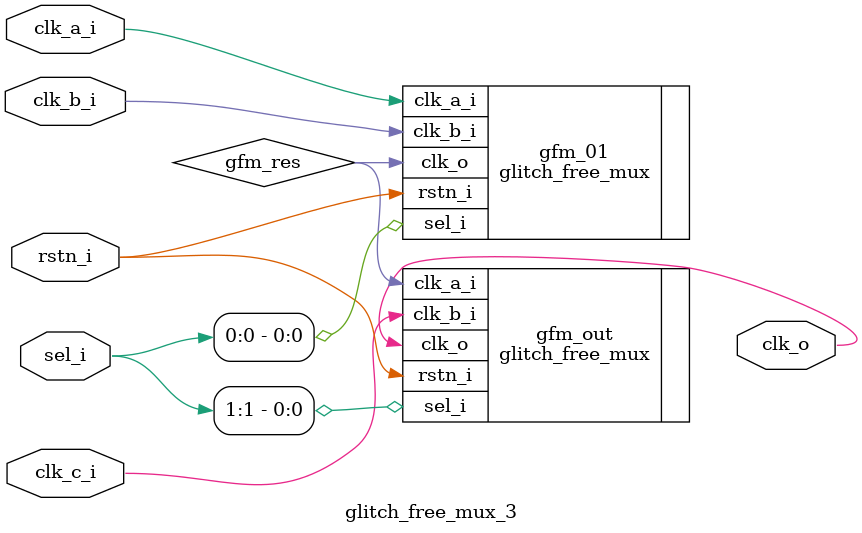
<source format=sv>
module glitch_free_mux_3 #(
  parameter DELAY = 2
)(
  input  logic       rstn_i,
  input  logic [1:0] sel_i,
  input  logic       clk_a_i,
  input  logic       clk_b_i,
  input  logic       clk_c_i,
  output logic       clk_o
);

//============================================================== global nets
  logic gfm_res;
//============================================================== global nets : end

//=================================================================== mux
  glitch_free_mux gfm_01 (
    .rstn_i     ( rstn_i      ),
    .clk_a_i    ( clk_a_i     ),
    .clk_b_i    ( clk_b_i     ),
    .sel_i      ( sel_i   [0] ),
    .clk_o      ( gfm_res     )
  );

  glitch_free_mux gfm_out (
    .rstn_i     ( rstn_i      ),
    .clk_a_i    ( gfm_res     ),
    .clk_b_i    ( clk_c_i     ),
    .sel_i      ( sel_i   [1] ),
    .clk_o      ( clk_o       )
  );
//=================================================================== mux : end

endmodule
</source>
